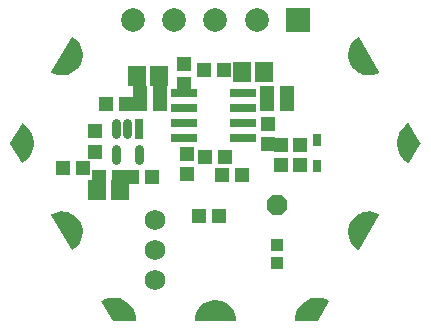
<source format=gbr>
G04 EAGLE Gerber RS-274X export*
G75*
%MOMM*%
%FSLAX34Y34*%
%LPD*%
%INSoldermask Top*%
%IPPOS*%
%AMOC8*
5,1,8,0,0,1.08239X$1,22.5*%
G01*
%ADD10R,1.003200X1.003200*%
%ADD11P,1.869504X8X112.500000*%
%ADD12R,1.203200X1.303200*%
%ADD13R,1.303200X1.203200*%
%ADD14R,2.184400X0.762000*%
%ADD15R,1.503200X1.703200*%
%ADD16R,0.775200X1.757200*%
%ADD17C,0.775200*%
%ADD18C,1.727200*%
%ADD19R,0.703200X1.003200*%
%ADD20C,1.203200*%
%ADD21R,2.003200X2.003200*%
%ADD22C,2.003200*%

G36*
X17029Y319D02*
X17029Y319D01*
X17058Y317D01*
X17125Y339D01*
X17195Y353D01*
X17219Y369D01*
X17247Y378D01*
X17300Y425D01*
X17359Y465D01*
X17375Y490D01*
X17397Y509D01*
X17428Y573D01*
X17466Y633D01*
X17471Y662D01*
X17483Y688D01*
X17492Y787D01*
X17499Y829D01*
X17496Y840D01*
X17498Y854D01*
X17266Y3652D01*
X17256Y3685D01*
X17252Y3733D01*
X16563Y6455D01*
X16548Y6486D01*
X16536Y6533D01*
X15408Y9104D01*
X15388Y9132D01*
X15369Y9177D01*
X13833Y11527D01*
X13809Y11552D01*
X13783Y11592D01*
X11881Y13658D01*
X11853Y13678D01*
X11820Y13714D01*
X9605Y15438D01*
X9574Y15454D01*
X9536Y15483D01*
X7066Y16820D01*
X7033Y16830D01*
X6991Y16853D01*
X5805Y17260D01*
X4351Y17759D01*
X4335Y17765D01*
X4301Y17769D01*
X4255Y17785D01*
X1486Y18247D01*
X1451Y18246D01*
X1404Y18254D01*
X-1404Y18254D01*
X-1438Y18247D01*
X-1486Y18247D01*
X-4255Y17785D01*
X-4288Y17772D01*
X-4335Y17765D01*
X-6991Y16853D01*
X-7021Y16835D01*
X-7066Y16820D01*
X-9536Y15483D01*
X-9562Y15461D01*
X-9605Y15438D01*
X-11820Y13714D01*
X-11843Y13687D01*
X-11881Y13658D01*
X-13783Y11592D01*
X-13801Y11563D01*
X-13833Y11527D01*
X-15369Y9177D01*
X-15382Y9144D01*
X-15408Y9104D01*
X-16536Y6533D01*
X-16543Y6499D01*
X-16546Y6493D01*
X-16552Y6484D01*
X-16553Y6478D01*
X-16563Y6455D01*
X-17252Y3733D01*
X-17254Y3698D01*
X-17266Y3652D01*
X-17498Y854D01*
X-17494Y825D01*
X-17499Y796D01*
X-17483Y727D01*
X-17474Y656D01*
X-17460Y631D01*
X-17453Y603D01*
X-17411Y545D01*
X-17376Y484D01*
X-17352Y466D01*
X-17335Y442D01*
X-17274Y406D01*
X-17217Y363D01*
X-17189Y356D01*
X-17164Y341D01*
X-17066Y324D01*
X-17025Y314D01*
X-17014Y316D01*
X-17000Y313D01*
X17000Y313D01*
X17029Y319D01*
G37*
G36*
X-121393Y60622D02*
X-121393Y60622D01*
X-121322Y60619D01*
X-121295Y60630D01*
X-121266Y60632D01*
X-121176Y60674D01*
X-121136Y60689D01*
X-121128Y60697D01*
X-121115Y60702D01*
X-118812Y62302D01*
X-118788Y62327D01*
X-118748Y62354D01*
X-116739Y64311D01*
X-116720Y64340D01*
X-116685Y64374D01*
X-115026Y66634D01*
X-115011Y66666D01*
X-114982Y66705D01*
X-113718Y69208D01*
X-113709Y69241D01*
X-113687Y69284D01*
X-112851Y71961D01*
X-112848Y71996D01*
X-112833Y72042D01*
X-112450Y74820D01*
X-112452Y74855D01*
X-112446Y74902D01*
X-112525Y77706D01*
X-112533Y77740D01*
X-112534Y77788D01*
X-113073Y80540D01*
X-113087Y80572D01*
X-113096Y80619D01*
X-114081Y83245D01*
X-114096Y83270D01*
X-114101Y83289D01*
X-114109Y83300D01*
X-114116Y83319D01*
X-115520Y85747D01*
X-115543Y85773D01*
X-115567Y85815D01*
X-117351Y87979D01*
X-117378Y88000D01*
X-117409Y88038D01*
X-119525Y89878D01*
X-119555Y89895D01*
X-119591Y89927D01*
X-121982Y91394D01*
X-122014Y91406D01*
X-122055Y91431D01*
X-124654Y92485D01*
X-124688Y92491D01*
X-124733Y92509D01*
X-127470Y93121D01*
X-127505Y93122D01*
X-127552Y93132D01*
X-130352Y93285D01*
X-130386Y93280D01*
X-130434Y93283D01*
X-133222Y92972D01*
X-133255Y92962D01*
X-133303Y92956D01*
X-136001Y92191D01*
X-136031Y92176D01*
X-136078Y92162D01*
X-138613Y90964D01*
X-138637Y90946D01*
X-138664Y90936D01*
X-138716Y90887D01*
X-138773Y90845D01*
X-138787Y90820D01*
X-138809Y90800D01*
X-138837Y90734D01*
X-138873Y90673D01*
X-138876Y90644D01*
X-138888Y90617D01*
X-138889Y90546D01*
X-138898Y90476D01*
X-138890Y90448D01*
X-138890Y90418D01*
X-138856Y90326D01*
X-138844Y90284D01*
X-138837Y90276D01*
X-138832Y90263D01*
X-121832Y60863D01*
X-121813Y60841D01*
X-121800Y60814D01*
X-121747Y60767D01*
X-121700Y60714D01*
X-121674Y60701D01*
X-121652Y60682D01*
X-121585Y60659D01*
X-121521Y60628D01*
X-121492Y60627D01*
X-121464Y60617D01*
X-121393Y60622D01*
G37*
G36*
X130386Y208345D02*
X130386Y208345D01*
X130434Y208343D01*
X133222Y208653D01*
X133255Y208663D01*
X133303Y208669D01*
X136001Y209434D01*
X136031Y209450D01*
X136078Y209463D01*
X138613Y210661D01*
X138637Y210679D01*
X138664Y210689D01*
X138716Y210738D01*
X138773Y210780D01*
X138787Y210805D01*
X138809Y210825D01*
X138837Y210891D01*
X138873Y210952D01*
X138876Y210981D01*
X138888Y211008D01*
X138889Y211079D01*
X138898Y211149D01*
X138890Y211177D01*
X138890Y211207D01*
X138856Y211299D01*
X138844Y211341D01*
X138837Y211350D01*
X138832Y211362D01*
X121832Y240762D01*
X121813Y240784D01*
X121800Y240811D01*
X121747Y240858D01*
X121700Y240911D01*
X121674Y240924D01*
X121652Y240943D01*
X121585Y240966D01*
X121521Y240997D01*
X121492Y240998D01*
X121464Y241008D01*
X121393Y241003D01*
X121322Y241006D01*
X121295Y240995D01*
X121266Y240993D01*
X121176Y240951D01*
X121136Y240936D01*
X121128Y240929D01*
X121115Y240923D01*
X118812Y239323D01*
X118788Y239298D01*
X118748Y239271D01*
X116739Y237314D01*
X116720Y237285D01*
X116685Y237251D01*
X115026Y234991D01*
X115011Y234959D01*
X114982Y234920D01*
X113718Y232417D01*
X113709Y232384D01*
X113687Y232341D01*
X112851Y229664D01*
X112848Y229629D01*
X112833Y229583D01*
X112450Y226805D01*
X112452Y226770D01*
X112446Y226723D01*
X112525Y223919D01*
X112533Y223885D01*
X112534Y223837D01*
X113073Y221085D01*
X113087Y221053D01*
X113096Y221006D01*
X114081Y218380D01*
X114099Y218351D01*
X114116Y218306D01*
X115520Y215878D01*
X115543Y215852D01*
X115567Y215810D01*
X117351Y213646D01*
X117378Y213625D01*
X117409Y213587D01*
X119525Y211747D01*
X119555Y211730D01*
X119591Y211698D01*
X121982Y210231D01*
X122014Y210219D01*
X122055Y210194D01*
X124654Y209140D01*
X124688Y209134D01*
X124733Y209116D01*
X127470Y208504D01*
X127505Y208503D01*
X127552Y208493D01*
X130352Y208340D01*
X130386Y208345D01*
G37*
G36*
X121426Y60623D02*
X121426Y60623D01*
X121497Y60623D01*
X121524Y60634D01*
X121553Y60637D01*
X121615Y60672D01*
X121680Y60699D01*
X121701Y60720D01*
X121726Y60734D01*
X121789Y60811D01*
X121819Y60841D01*
X121823Y60852D01*
X121832Y60863D01*
X138832Y90263D01*
X138841Y90290D01*
X138858Y90314D01*
X138873Y90384D01*
X138895Y90451D01*
X138893Y90480D01*
X138899Y90509D01*
X138886Y90579D01*
X138880Y90649D01*
X138867Y90675D01*
X138861Y90704D01*
X138821Y90763D01*
X138789Y90826D01*
X138766Y90845D01*
X138750Y90869D01*
X138668Y90926D01*
X138635Y90953D01*
X138625Y90956D01*
X138613Y90964D01*
X136078Y92162D01*
X136044Y92171D01*
X136001Y92191D01*
X133303Y92956D01*
X133268Y92959D01*
X133222Y92972D01*
X130434Y93283D01*
X130400Y93279D01*
X130352Y93285D01*
X127552Y93132D01*
X127518Y93123D01*
X127470Y93121D01*
X124733Y92509D01*
X124701Y92495D01*
X124654Y92485D01*
X122055Y91431D01*
X122026Y91412D01*
X121982Y91394D01*
X119591Y89927D01*
X119566Y89903D01*
X119525Y89878D01*
X117409Y88038D01*
X117388Y88010D01*
X117351Y87979D01*
X115567Y85815D01*
X115551Y85784D01*
X115520Y85747D01*
X114116Y83319D01*
X114105Y83287D01*
X114098Y83274D01*
X114088Y83259D01*
X114088Y83257D01*
X114081Y83245D01*
X113096Y80619D01*
X113090Y80585D01*
X113073Y80540D01*
X112534Y77788D01*
X112534Y77753D01*
X112525Y77706D01*
X112446Y74902D01*
X112452Y74868D01*
X112450Y74820D01*
X112833Y72042D01*
X112845Y72009D01*
X112851Y71961D01*
X113687Y69284D01*
X113704Y69254D01*
X113718Y69208D01*
X114982Y66705D01*
X115004Y66677D01*
X115026Y66634D01*
X116685Y64374D01*
X116711Y64350D01*
X116739Y64311D01*
X118748Y62354D01*
X118777Y62336D01*
X118812Y62302D01*
X121115Y60702D01*
X121142Y60691D01*
X121165Y60672D01*
X121233Y60652D01*
X121298Y60624D01*
X121327Y60624D01*
X121355Y60615D01*
X121426Y60623D01*
G37*
G36*
X-127552Y208493D02*
X-127552Y208493D01*
X-127518Y208502D01*
X-127470Y208504D01*
X-124733Y209116D01*
X-124701Y209130D01*
X-124654Y209140D01*
X-122055Y210194D01*
X-122026Y210213D01*
X-121982Y210231D01*
X-119591Y211698D01*
X-119566Y211722D01*
X-119525Y211747D01*
X-117409Y213587D01*
X-117388Y213615D01*
X-117351Y213646D01*
X-115567Y215810D01*
X-115551Y215841D01*
X-115520Y215878D01*
X-114116Y218306D01*
X-114105Y218338D01*
X-114081Y218380D01*
X-113096Y221006D01*
X-113090Y221040D01*
X-113073Y221085D01*
X-112534Y223837D01*
X-112534Y223872D01*
X-112525Y223919D01*
X-112446Y226723D01*
X-112452Y226757D01*
X-112450Y226805D01*
X-112833Y229583D01*
X-112845Y229616D01*
X-112851Y229664D01*
X-113687Y232341D01*
X-113704Y232371D01*
X-113718Y232417D01*
X-114982Y234920D01*
X-115004Y234948D01*
X-115026Y234991D01*
X-116685Y237251D01*
X-116711Y237275D01*
X-116739Y237314D01*
X-118748Y239271D01*
X-118777Y239289D01*
X-118812Y239323D01*
X-121115Y240923D01*
X-121142Y240934D01*
X-121165Y240953D01*
X-121233Y240973D01*
X-121298Y241001D01*
X-121327Y241001D01*
X-121355Y241010D01*
X-121426Y241002D01*
X-121497Y241002D01*
X-121524Y240991D01*
X-121553Y240988D01*
X-121615Y240953D01*
X-121680Y240926D01*
X-121701Y240905D01*
X-121726Y240891D01*
X-121789Y240814D01*
X-121819Y240784D01*
X-121823Y240773D01*
X-121832Y240762D01*
X-138832Y211362D01*
X-138841Y211335D01*
X-138858Y211311D01*
X-138873Y211241D01*
X-138895Y211174D01*
X-138893Y211145D01*
X-138899Y211116D01*
X-138886Y211046D01*
X-138880Y210976D01*
X-138867Y210950D01*
X-138861Y210921D01*
X-138821Y210862D01*
X-138789Y210799D01*
X-138766Y210780D01*
X-138750Y210756D01*
X-138668Y210699D01*
X-138635Y210672D01*
X-138625Y210669D01*
X-138613Y210661D01*
X-136078Y209463D01*
X-136044Y209454D01*
X-136001Y209434D01*
X-133303Y208669D01*
X-133268Y208666D01*
X-133222Y208653D01*
X-130434Y208343D01*
X-130400Y208346D01*
X-130352Y208340D01*
X-127552Y208493D01*
G37*
G36*
X163727Y133823D02*
X163727Y133823D01*
X163798Y133823D01*
X163825Y133834D01*
X163854Y133837D01*
X163916Y133873D01*
X163981Y133900D01*
X164002Y133921D01*
X164027Y133935D01*
X164090Y134012D01*
X164120Y134043D01*
X164124Y134053D01*
X164133Y134063D01*
X173633Y150563D01*
X173643Y150595D01*
X173652Y150608D01*
X173656Y150633D01*
X173657Y150636D01*
X173688Y150707D01*
X173688Y150730D01*
X173696Y150752D01*
X173690Y150829D01*
X173691Y150906D01*
X173681Y150930D01*
X173680Y150950D01*
X173659Y150990D01*
X173633Y151062D01*
X164133Y167562D01*
X164114Y167583D01*
X164101Y167610D01*
X164048Y167657D01*
X164001Y167711D01*
X163975Y167723D01*
X163954Y167743D01*
X163886Y167766D01*
X163822Y167797D01*
X163793Y167798D01*
X163766Y167807D01*
X163694Y167803D01*
X163623Y167806D01*
X163596Y167796D01*
X163567Y167794D01*
X163477Y167751D01*
X163437Y167737D01*
X163429Y167729D01*
X163416Y167723D01*
X160893Y165982D01*
X160869Y165957D01*
X160831Y165931D01*
X158619Y163807D01*
X158600Y163779D01*
X158566Y163747D01*
X156724Y161295D01*
X156710Y161265D01*
X156681Y161227D01*
X155256Y158512D01*
X155247Y158481D01*
X155231Y158456D01*
X155230Y158448D01*
X155225Y158439D01*
X154254Y155530D01*
X154250Y155496D01*
X154235Y155452D01*
X153743Y152426D01*
X153744Y152392D01*
X153736Y152346D01*
X153736Y149279D01*
X153737Y149276D01*
X153737Y149273D01*
X153743Y149247D01*
X153743Y149246D01*
X153743Y149199D01*
X154235Y146173D01*
X154247Y146141D01*
X154254Y146095D01*
X155225Y143186D01*
X155242Y143157D01*
X155256Y143113D01*
X156681Y140398D01*
X156703Y140371D01*
X156724Y140330D01*
X158566Y137878D01*
X158591Y137856D01*
X158619Y137818D01*
X160831Y135694D01*
X160859Y135676D01*
X160893Y135643D01*
X163416Y133902D01*
X163443Y133890D01*
X163465Y133872D01*
X163534Y133852D01*
X163599Y133824D01*
X163628Y133823D01*
X163656Y133815D01*
X163727Y133823D01*
G37*
G36*
X-163694Y133822D02*
X-163694Y133822D01*
X-163623Y133819D01*
X-163596Y133829D01*
X-163567Y133831D01*
X-163477Y133874D01*
X-163437Y133888D01*
X-163429Y133896D01*
X-163416Y133902D01*
X-160893Y135643D01*
X-160869Y135668D01*
X-160831Y135694D01*
X-158619Y137818D01*
X-158600Y137846D01*
X-158566Y137878D01*
X-156724Y140330D01*
X-156710Y140360D01*
X-156681Y140398D01*
X-155256Y143113D01*
X-155247Y143145D01*
X-155225Y143186D01*
X-154254Y146095D01*
X-154250Y146129D01*
X-154235Y146173D01*
X-153743Y149199D01*
X-153744Y149233D01*
X-153736Y149279D01*
X-153736Y152346D01*
X-153743Y152379D01*
X-153743Y152426D01*
X-154235Y155452D01*
X-154247Y155484D01*
X-154254Y155530D01*
X-155225Y158439D01*
X-155238Y158462D01*
X-155244Y158486D01*
X-155251Y158495D01*
X-155256Y158512D01*
X-156681Y161227D01*
X-156703Y161254D01*
X-156724Y161295D01*
X-158566Y163747D01*
X-158591Y163769D01*
X-158619Y163807D01*
X-160831Y165931D01*
X-160859Y165949D01*
X-160893Y165982D01*
X-163416Y167723D01*
X-163443Y167735D01*
X-163465Y167753D01*
X-163534Y167774D01*
X-163599Y167801D01*
X-163628Y167802D01*
X-163656Y167810D01*
X-163727Y167802D01*
X-163798Y167802D01*
X-163825Y167791D01*
X-163854Y167788D01*
X-163916Y167753D01*
X-163981Y167725D01*
X-164002Y167704D01*
X-164027Y167690D01*
X-164090Y167613D01*
X-164120Y167582D01*
X-164124Y167572D01*
X-164133Y167562D01*
X-173633Y151062D01*
X-173657Y150989D01*
X-173688Y150918D01*
X-173688Y150895D01*
X-173696Y150873D01*
X-173690Y150796D01*
X-173691Y150719D01*
X-173681Y150695D01*
X-173680Y150675D01*
X-173659Y150635D01*
X-173640Y150583D01*
X-173639Y150578D01*
X-173637Y150576D01*
X-173633Y150563D01*
X-164133Y134063D01*
X-164114Y134042D01*
X-164101Y134015D01*
X-164048Y133968D01*
X-164001Y133914D01*
X-163975Y133902D01*
X-163954Y133882D01*
X-163886Y133859D01*
X-163822Y133828D01*
X-163793Y133827D01*
X-163766Y133818D01*
X-163694Y133822D01*
G37*
G36*
X86676Y329D02*
X86676Y329D01*
X86754Y337D01*
X86773Y348D01*
X86795Y353D01*
X86859Y397D01*
X86927Y435D01*
X86943Y454D01*
X86959Y465D01*
X86983Y503D01*
X87033Y563D01*
X96533Y17063D01*
X96542Y17091D01*
X96558Y17114D01*
X96573Y17184D01*
X96596Y17252D01*
X96593Y17281D01*
X96599Y17309D01*
X96586Y17379D01*
X96580Y17450D01*
X96567Y17476D01*
X96561Y17504D01*
X96521Y17563D01*
X96488Y17627D01*
X96466Y17645D01*
X96450Y17669D01*
X96367Y17726D01*
X96335Y17753D01*
X96324Y17756D01*
X96314Y17764D01*
X93548Y19072D01*
X93515Y19080D01*
X93472Y19101D01*
X90532Y19948D01*
X90498Y19951D01*
X90454Y19964D01*
X87416Y20330D01*
X87382Y20327D01*
X87335Y20333D01*
X84278Y20206D01*
X84245Y20198D01*
X84198Y20196D01*
X81201Y19580D01*
X81170Y19567D01*
X81124Y19558D01*
X78264Y18470D01*
X78236Y18451D01*
X78192Y18435D01*
X75544Y16902D01*
X75518Y16879D01*
X75478Y16856D01*
X73110Y14918D01*
X73088Y14892D01*
X73052Y14862D01*
X71025Y12570D01*
X71009Y12540D01*
X70977Y12505D01*
X69345Y9917D01*
X69333Y9886D01*
X69308Y9846D01*
X68112Y7030D01*
X68105Y6996D01*
X68102Y6990D01*
X68098Y6983D01*
X68097Y6978D01*
X68086Y6953D01*
X67358Y3982D01*
X67356Y3948D01*
X67345Y3902D01*
X67102Y852D01*
X67106Y824D01*
X67101Y796D01*
X67118Y726D01*
X67126Y655D01*
X67141Y630D01*
X67147Y603D01*
X67190Y545D01*
X67226Y482D01*
X67248Y465D01*
X67265Y442D01*
X67327Y406D01*
X67384Y362D01*
X67412Y355D01*
X67436Y341D01*
X67536Y324D01*
X67577Y314D01*
X67587Y315D01*
X67600Y313D01*
X86600Y313D01*
X86676Y329D01*
G37*
G36*
X-67572Y319D02*
X-67572Y319D01*
X-67544Y316D01*
X-67476Y339D01*
X-67405Y353D01*
X-67382Y369D01*
X-67355Y378D01*
X-67300Y425D01*
X-67241Y465D01*
X-67226Y489D01*
X-67205Y508D01*
X-67173Y572D01*
X-67134Y633D01*
X-67129Y661D01*
X-67117Y686D01*
X-67108Y788D01*
X-67101Y829D01*
X-67103Y839D01*
X-67102Y852D01*
X-67345Y3902D01*
X-67354Y3935D01*
X-67358Y3982D01*
X-68086Y6953D01*
X-68101Y6984D01*
X-68112Y7030D01*
X-69308Y9846D01*
X-69327Y9874D01*
X-69345Y9917D01*
X-70977Y12505D01*
X-71001Y12530D01*
X-71025Y12570D01*
X-73052Y14862D01*
X-73079Y14883D01*
X-73110Y14918D01*
X-75478Y16856D01*
X-75508Y16872D01*
X-75544Y16902D01*
X-78192Y18435D01*
X-78224Y18446D01*
X-78264Y18470D01*
X-81124Y19558D01*
X-81157Y19564D01*
X-81201Y19580D01*
X-84198Y20196D01*
X-84232Y20196D01*
X-84278Y20206D01*
X-87335Y20333D01*
X-87369Y20327D01*
X-87416Y20330D01*
X-90454Y19964D01*
X-90486Y19954D01*
X-90532Y19948D01*
X-93472Y19101D01*
X-93502Y19085D01*
X-93548Y19072D01*
X-96314Y17764D01*
X-96336Y17747D01*
X-96363Y17737D01*
X-96415Y17688D01*
X-96473Y17645D01*
X-96487Y17620D01*
X-96508Y17600D01*
X-96537Y17535D01*
X-96573Y17473D01*
X-96576Y17445D01*
X-96588Y17418D01*
X-96589Y17346D01*
X-96598Y17276D01*
X-96590Y17248D01*
X-96591Y17219D01*
X-96555Y17125D01*
X-96544Y17084D01*
X-96537Y17076D01*
X-96533Y17063D01*
X-87033Y563D01*
X-86981Y505D01*
X-86935Y442D01*
X-86916Y431D01*
X-86901Y414D01*
X-86831Y381D01*
X-86764Y341D01*
X-86740Y337D01*
X-86722Y328D01*
X-86677Y326D01*
X-86600Y313D01*
X-67600Y313D01*
X-67572Y319D01*
G37*
D10*
X52388Y64650D03*
X52388Y49650D03*
D11*
X52388Y98425D03*
D12*
X2713Y89463D03*
X-14288Y89463D03*
X-112150Y130175D03*
X-129150Y130175D03*
D13*
X22788Y123825D03*
X5788Y123825D03*
D14*
X-26226Y193675D03*
X-26226Y180975D03*
X-26226Y168275D03*
X-26226Y155575D03*
X23051Y155575D03*
X23051Y168275D03*
X23051Y180975D03*
X23051Y193675D03*
D12*
X-23813Y141850D03*
X-23813Y124850D03*
D13*
X44450Y150250D03*
X44450Y167250D03*
D12*
X-8500Y139700D03*
X8500Y139700D03*
X71438Y132788D03*
X71438Y149788D03*
D13*
X55563Y132788D03*
X55563Y149788D03*
D15*
X41250Y211138D03*
X22250Y211138D03*
D13*
X43888Y184150D03*
X60888Y184150D03*
D16*
X-65113Y163400D03*
D17*
X-74613Y168310D02*
X-74613Y158490D01*
X-84113Y158490D02*
X-84113Y168310D01*
X-84113Y146310D02*
X-84113Y136490D01*
X-65113Y136490D02*
X-65113Y146310D01*
D13*
X-92638Y184150D03*
X-75638Y184150D03*
X-53413Y122238D03*
X-70413Y122238D03*
X-101600Y143900D03*
X-101600Y160900D03*
X-98988Y122238D03*
X-81988Y122238D03*
D15*
X-99988Y111125D03*
X-80988Y111125D03*
D13*
X43888Y193675D03*
X60888Y193675D03*
D15*
X-66650Y207963D03*
X-47650Y207963D03*
D13*
X-64063Y184150D03*
X-47063Y184150D03*
X-64063Y193675D03*
X-47063Y193675D03*
D18*
X-50800Y85725D03*
X-50800Y60325D03*
X-50800Y34925D03*
D19*
X85725Y153875D03*
X85725Y131875D03*
D20*
X165200Y150813D03*
X82600Y7713D03*
X-82600Y7713D03*
X-165200Y150813D03*
X123900Y222313D03*
X123900Y79313D03*
X0Y7713D03*
X-123900Y79313D03*
X-123900Y222313D03*
D21*
X69850Y255588D03*
D22*
X34850Y255588D03*
X-150Y255588D03*
X-35150Y255588D03*
X-70150Y255588D03*
D13*
X-26988Y218050D03*
X-26988Y201050D03*
D12*
X6913Y212725D03*
X-10088Y212725D03*
M02*

</source>
